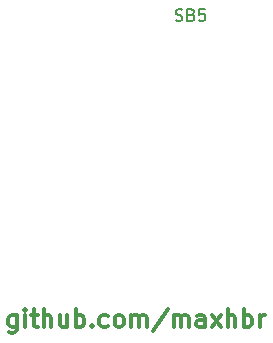
<source format=gto>
G04 #@! TF.GenerationSoftware,KiCad,Pcbnew,7.0.2*
G04 #@! TF.CreationDate,2023-05-25T14:20:48+02:00*
G04 #@! TF.ProjectId,mykeeb_v7a3-plate,6d796b65-6562-45f7-9637-61332d706c61,rev?*
G04 #@! TF.SameCoordinates,Original*
G04 #@! TF.FileFunction,Legend,Top*
G04 #@! TF.FilePolarity,Positive*
%FSLAX46Y46*%
G04 Gerber Fmt 4.6, Leading zero omitted, Abs format (unit mm)*
G04 Created by KiCad (PCBNEW 7.0.2) date 2023-05-25 14:20:48*
%MOMM*%
%LPD*%
G01*
G04 APERTURE LIST*
%ADD10C,0.300000*%
%ADD11C,0.150000*%
%ADD12C,2.200000*%
G04 APERTURE END LIST*
D10*
X103989149Y-101210264D02*
X103989149Y-102424550D01*
X103989149Y-102424550D02*
X103917720Y-102567407D01*
X103917720Y-102567407D02*
X103846291Y-102638836D01*
X103846291Y-102638836D02*
X103703434Y-102710264D01*
X103703434Y-102710264D02*
X103489149Y-102710264D01*
X103489149Y-102710264D02*
X103346291Y-102638836D01*
X103989149Y-102138836D02*
X103846291Y-102210264D01*
X103846291Y-102210264D02*
X103560577Y-102210264D01*
X103560577Y-102210264D02*
X103417720Y-102138836D01*
X103417720Y-102138836D02*
X103346291Y-102067407D01*
X103346291Y-102067407D02*
X103274863Y-101924550D01*
X103274863Y-101924550D02*
X103274863Y-101495978D01*
X103274863Y-101495978D02*
X103346291Y-101353121D01*
X103346291Y-101353121D02*
X103417720Y-101281693D01*
X103417720Y-101281693D02*
X103560577Y-101210264D01*
X103560577Y-101210264D02*
X103846291Y-101210264D01*
X103846291Y-101210264D02*
X103989149Y-101281693D01*
X104703434Y-102210264D02*
X104703434Y-101210264D01*
X104703434Y-100710264D02*
X104632006Y-100781693D01*
X104632006Y-100781693D02*
X104703434Y-100853121D01*
X104703434Y-100853121D02*
X104774863Y-100781693D01*
X104774863Y-100781693D02*
X104703434Y-100710264D01*
X104703434Y-100710264D02*
X104703434Y-100853121D01*
X105203435Y-101210264D02*
X105774863Y-101210264D01*
X105417720Y-100710264D02*
X105417720Y-101995978D01*
X105417720Y-101995978D02*
X105489149Y-102138836D01*
X105489149Y-102138836D02*
X105632006Y-102210264D01*
X105632006Y-102210264D02*
X105774863Y-102210264D01*
X106274863Y-102210264D02*
X106274863Y-100710264D01*
X106917721Y-102210264D02*
X106917721Y-101424550D01*
X106917721Y-101424550D02*
X106846292Y-101281693D01*
X106846292Y-101281693D02*
X106703435Y-101210264D01*
X106703435Y-101210264D02*
X106489149Y-101210264D01*
X106489149Y-101210264D02*
X106346292Y-101281693D01*
X106346292Y-101281693D02*
X106274863Y-101353121D01*
X108274864Y-101210264D02*
X108274864Y-102210264D01*
X107632006Y-101210264D02*
X107632006Y-101995978D01*
X107632006Y-101995978D02*
X107703435Y-102138836D01*
X107703435Y-102138836D02*
X107846292Y-102210264D01*
X107846292Y-102210264D02*
X108060578Y-102210264D01*
X108060578Y-102210264D02*
X108203435Y-102138836D01*
X108203435Y-102138836D02*
X108274864Y-102067407D01*
X108989149Y-102210264D02*
X108989149Y-100710264D01*
X108989149Y-101281693D02*
X109132007Y-101210264D01*
X109132007Y-101210264D02*
X109417721Y-101210264D01*
X109417721Y-101210264D02*
X109560578Y-101281693D01*
X109560578Y-101281693D02*
X109632007Y-101353121D01*
X109632007Y-101353121D02*
X109703435Y-101495978D01*
X109703435Y-101495978D02*
X109703435Y-101924550D01*
X109703435Y-101924550D02*
X109632007Y-102067407D01*
X109632007Y-102067407D02*
X109560578Y-102138836D01*
X109560578Y-102138836D02*
X109417721Y-102210264D01*
X109417721Y-102210264D02*
X109132007Y-102210264D01*
X109132007Y-102210264D02*
X108989149Y-102138836D01*
X110346292Y-102067407D02*
X110417721Y-102138836D01*
X110417721Y-102138836D02*
X110346292Y-102210264D01*
X110346292Y-102210264D02*
X110274864Y-102138836D01*
X110274864Y-102138836D02*
X110346292Y-102067407D01*
X110346292Y-102067407D02*
X110346292Y-102210264D01*
X111703436Y-102138836D02*
X111560578Y-102210264D01*
X111560578Y-102210264D02*
X111274864Y-102210264D01*
X111274864Y-102210264D02*
X111132007Y-102138836D01*
X111132007Y-102138836D02*
X111060578Y-102067407D01*
X111060578Y-102067407D02*
X110989150Y-101924550D01*
X110989150Y-101924550D02*
X110989150Y-101495978D01*
X110989150Y-101495978D02*
X111060578Y-101353121D01*
X111060578Y-101353121D02*
X111132007Y-101281693D01*
X111132007Y-101281693D02*
X111274864Y-101210264D01*
X111274864Y-101210264D02*
X111560578Y-101210264D01*
X111560578Y-101210264D02*
X111703436Y-101281693D01*
X112560578Y-102210264D02*
X112417721Y-102138836D01*
X112417721Y-102138836D02*
X112346292Y-102067407D01*
X112346292Y-102067407D02*
X112274864Y-101924550D01*
X112274864Y-101924550D02*
X112274864Y-101495978D01*
X112274864Y-101495978D02*
X112346292Y-101353121D01*
X112346292Y-101353121D02*
X112417721Y-101281693D01*
X112417721Y-101281693D02*
X112560578Y-101210264D01*
X112560578Y-101210264D02*
X112774864Y-101210264D01*
X112774864Y-101210264D02*
X112917721Y-101281693D01*
X112917721Y-101281693D02*
X112989150Y-101353121D01*
X112989150Y-101353121D02*
X113060578Y-101495978D01*
X113060578Y-101495978D02*
X113060578Y-101924550D01*
X113060578Y-101924550D02*
X112989150Y-102067407D01*
X112989150Y-102067407D02*
X112917721Y-102138836D01*
X112917721Y-102138836D02*
X112774864Y-102210264D01*
X112774864Y-102210264D02*
X112560578Y-102210264D01*
X113703435Y-102210264D02*
X113703435Y-101210264D01*
X113703435Y-101353121D02*
X113774864Y-101281693D01*
X113774864Y-101281693D02*
X113917721Y-101210264D01*
X113917721Y-101210264D02*
X114132007Y-101210264D01*
X114132007Y-101210264D02*
X114274864Y-101281693D01*
X114274864Y-101281693D02*
X114346293Y-101424550D01*
X114346293Y-101424550D02*
X114346293Y-102210264D01*
X114346293Y-101424550D02*
X114417721Y-101281693D01*
X114417721Y-101281693D02*
X114560578Y-101210264D01*
X114560578Y-101210264D02*
X114774864Y-101210264D01*
X114774864Y-101210264D02*
X114917721Y-101281693D01*
X114917721Y-101281693D02*
X114989150Y-101424550D01*
X114989150Y-101424550D02*
X114989150Y-102210264D01*
X116774864Y-100638836D02*
X115489150Y-102567407D01*
X117274864Y-102210264D02*
X117274864Y-101210264D01*
X117274864Y-101353121D02*
X117346293Y-101281693D01*
X117346293Y-101281693D02*
X117489150Y-101210264D01*
X117489150Y-101210264D02*
X117703436Y-101210264D01*
X117703436Y-101210264D02*
X117846293Y-101281693D01*
X117846293Y-101281693D02*
X117917722Y-101424550D01*
X117917722Y-101424550D02*
X117917722Y-102210264D01*
X117917722Y-101424550D02*
X117989150Y-101281693D01*
X117989150Y-101281693D02*
X118132007Y-101210264D01*
X118132007Y-101210264D02*
X118346293Y-101210264D01*
X118346293Y-101210264D02*
X118489150Y-101281693D01*
X118489150Y-101281693D02*
X118560579Y-101424550D01*
X118560579Y-101424550D02*
X118560579Y-102210264D01*
X119917722Y-102210264D02*
X119917722Y-101424550D01*
X119917722Y-101424550D02*
X119846293Y-101281693D01*
X119846293Y-101281693D02*
X119703436Y-101210264D01*
X119703436Y-101210264D02*
X119417722Y-101210264D01*
X119417722Y-101210264D02*
X119274864Y-101281693D01*
X119917722Y-102138836D02*
X119774864Y-102210264D01*
X119774864Y-102210264D02*
X119417722Y-102210264D01*
X119417722Y-102210264D02*
X119274864Y-102138836D01*
X119274864Y-102138836D02*
X119203436Y-101995978D01*
X119203436Y-101995978D02*
X119203436Y-101853121D01*
X119203436Y-101853121D02*
X119274864Y-101710264D01*
X119274864Y-101710264D02*
X119417722Y-101638836D01*
X119417722Y-101638836D02*
X119774864Y-101638836D01*
X119774864Y-101638836D02*
X119917722Y-101567407D01*
X120489150Y-102210264D02*
X121274865Y-101210264D01*
X120489150Y-101210264D02*
X121274865Y-102210264D01*
X121846293Y-102210264D02*
X121846293Y-100710264D01*
X122489151Y-102210264D02*
X122489151Y-101424550D01*
X122489151Y-101424550D02*
X122417722Y-101281693D01*
X122417722Y-101281693D02*
X122274865Y-101210264D01*
X122274865Y-101210264D02*
X122060579Y-101210264D01*
X122060579Y-101210264D02*
X121917722Y-101281693D01*
X121917722Y-101281693D02*
X121846293Y-101353121D01*
X123203436Y-102210264D02*
X123203436Y-100710264D01*
X123203436Y-101281693D02*
X123346294Y-101210264D01*
X123346294Y-101210264D02*
X123632008Y-101210264D01*
X123632008Y-101210264D02*
X123774865Y-101281693D01*
X123774865Y-101281693D02*
X123846294Y-101353121D01*
X123846294Y-101353121D02*
X123917722Y-101495978D01*
X123917722Y-101495978D02*
X123917722Y-101924550D01*
X123917722Y-101924550D02*
X123846294Y-102067407D01*
X123846294Y-102067407D02*
X123774865Y-102138836D01*
X123774865Y-102138836D02*
X123632008Y-102210264D01*
X123632008Y-102210264D02*
X123346294Y-102210264D01*
X123346294Y-102210264D02*
X123203436Y-102138836D01*
X124560579Y-102210264D02*
X124560579Y-101210264D01*
X124560579Y-101495978D02*
X124632008Y-101353121D01*
X124632008Y-101353121D02*
X124703437Y-101281693D01*
X124703437Y-101281693D02*
X124846294Y-101210264D01*
X124846294Y-101210264D02*
X124989151Y-101210264D01*
D11*
X117442910Y-76233820D02*
X117585767Y-76281439D01*
X117585767Y-76281439D02*
X117823862Y-76281439D01*
X117823862Y-76281439D02*
X117919100Y-76233820D01*
X117919100Y-76233820D02*
X117966719Y-76186200D01*
X117966719Y-76186200D02*
X118014338Y-76090962D01*
X118014338Y-76090962D02*
X118014338Y-75995724D01*
X118014338Y-75995724D02*
X117966719Y-75900486D01*
X117966719Y-75900486D02*
X117919100Y-75852867D01*
X117919100Y-75852867D02*
X117823862Y-75805248D01*
X117823862Y-75805248D02*
X117633386Y-75757629D01*
X117633386Y-75757629D02*
X117538148Y-75710010D01*
X117538148Y-75710010D02*
X117490529Y-75662391D01*
X117490529Y-75662391D02*
X117442910Y-75567153D01*
X117442910Y-75567153D02*
X117442910Y-75471915D01*
X117442910Y-75471915D02*
X117490529Y-75376677D01*
X117490529Y-75376677D02*
X117538148Y-75329058D01*
X117538148Y-75329058D02*
X117633386Y-75281439D01*
X117633386Y-75281439D02*
X117871481Y-75281439D01*
X117871481Y-75281439D02*
X118014338Y-75329058D01*
X118776243Y-75757629D02*
X118919100Y-75805248D01*
X118919100Y-75805248D02*
X118966719Y-75852867D01*
X118966719Y-75852867D02*
X119014338Y-75948105D01*
X119014338Y-75948105D02*
X119014338Y-76090962D01*
X119014338Y-76090962D02*
X118966719Y-76186200D01*
X118966719Y-76186200D02*
X118919100Y-76233820D01*
X118919100Y-76233820D02*
X118823862Y-76281439D01*
X118823862Y-76281439D02*
X118442910Y-76281439D01*
X118442910Y-76281439D02*
X118442910Y-75281439D01*
X118442910Y-75281439D02*
X118776243Y-75281439D01*
X118776243Y-75281439D02*
X118871481Y-75329058D01*
X118871481Y-75329058D02*
X118919100Y-75376677D01*
X118919100Y-75376677D02*
X118966719Y-75471915D01*
X118966719Y-75471915D02*
X118966719Y-75567153D01*
X118966719Y-75567153D02*
X118919100Y-75662391D01*
X118919100Y-75662391D02*
X118871481Y-75710010D01*
X118871481Y-75710010D02*
X118776243Y-75757629D01*
X118776243Y-75757629D02*
X118442910Y-75757629D01*
X119919100Y-75281439D02*
X119442910Y-75281439D01*
X119442910Y-75281439D02*
X119395291Y-75757629D01*
X119395291Y-75757629D02*
X119442910Y-75710010D01*
X119442910Y-75710010D02*
X119538148Y-75662391D01*
X119538148Y-75662391D02*
X119776243Y-75662391D01*
X119776243Y-75662391D02*
X119871481Y-75710010D01*
X119871481Y-75710010D02*
X119919100Y-75757629D01*
X119919100Y-75757629D02*
X119966719Y-75852867D01*
X119966719Y-75852867D02*
X119966719Y-76090962D01*
X119966719Y-76090962D02*
X119919100Y-76186200D01*
X119919100Y-76186200D02*
X119871481Y-76233820D01*
X119871481Y-76233820D02*
X119776243Y-76281439D01*
X119776243Y-76281439D02*
X119538148Y-76281439D01*
X119538148Y-76281439D02*
X119442910Y-76233820D01*
X119442910Y-76233820D02*
X119395291Y-76186200D01*
%LPC*%
D12*
X176212648Y-38100032D03*
X214907993Y-134540738D03*
X99417271Y-50006292D03*
X91082889Y-76200064D03*
X91082889Y-100012584D03*
X64889117Y-148232937D03*
X145851685Y-116681348D03*
X183951717Y-130968860D03*
X214312680Y-50006292D03*
X89892263Y-126206356D03*
X137517303Y-39290658D03*
%LPD*%
M02*

</source>
